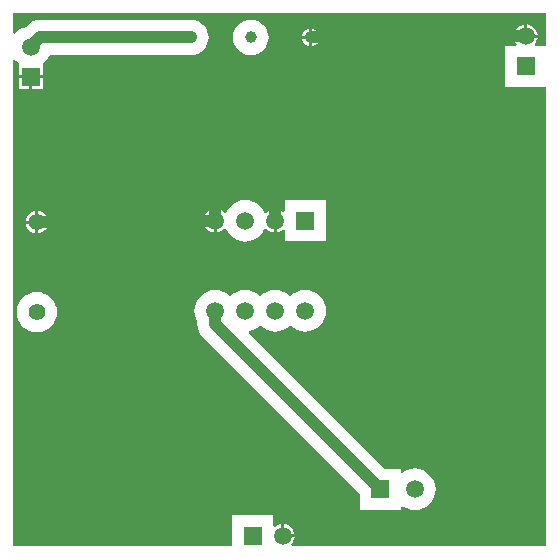
<source format=gbl>
G04 Layer_Physical_Order=2*
G04 Layer_Color=16711680*
%FSAX25Y25*%
%MOIN*%
G70*
G01*
G75*
%ADD11C,0.03937*%
%ADD12R,0.05906X0.05906*%
%ADD13C,0.05906*%
%ADD14C,0.03937*%
%ADD15R,0.05906X0.05906*%
%ADD16C,0.05512*%
G36*
X0387166Y0476390D02*
X0383726D01*
X0383479Y0476890D01*
X0383953Y0477507D01*
X0384351Y0478468D01*
X0384421Y0479000D01*
X0380500D01*
X0376579D01*
X0376649Y0478468D01*
X0377047Y0477507D01*
X0377521Y0476890D01*
X0377274Y0476390D01*
X0373610D01*
Y0462610D01*
X0387166D01*
Y0309685D01*
X0302450D01*
X0302290Y0310158D01*
X0302319Y0310181D01*
X0302953Y0311007D01*
X0303351Y0311968D01*
X0303421Y0312500D01*
X0299500D01*
Y0313000D01*
X0299000D01*
Y0316921D01*
X0298468Y0316851D01*
X0297507Y0316453D01*
X0296890Y0315979D01*
X0296390Y0316226D01*
Y0319890D01*
X0282610D01*
Y0309685D01*
X0209685D01*
Y0471437D01*
X0210185Y0471616D01*
X0210605Y0471105D01*
X0211423Y0470433D01*
X0211547Y0469953D01*
X0211547D01*
X0211547Y0469953D01*
Y0466500D01*
X0215500D01*
X0219453D01*
Y0469953D01*
X0219453Y0469953D01*
X0219453D01*
X0219568Y0470426D01*
X0220395Y0471105D01*
X0221256Y0472154D01*
X0221809Y0473188D01*
X0268823D01*
X0269981Y0473302D01*
X0271094Y0473640D01*
X0272120Y0474188D01*
X0273019Y0474926D01*
X0273757Y0475825D01*
X0274305Y0476851D01*
X0274643Y0477964D01*
X0274757Y0479122D01*
X0274643Y0480280D01*
X0274305Y0481393D01*
X0273757Y0482419D01*
X0273019Y0483318D01*
X0272120Y0484056D01*
X0271094Y0484604D01*
X0269981Y0484942D01*
X0268823Y0485056D01*
X0218622D01*
X0217464Y0484942D01*
X0216351Y0484604D01*
X0215325Y0484056D01*
X0214426Y0483318D01*
X0214426Y0483318D01*
X0213789Y0482681D01*
X0212851Y0482396D01*
X0211654Y0481756D01*
X0210605Y0480895D01*
X0210185Y0480384D01*
X0209685Y0480563D01*
Y0487166D01*
X0387166D01*
Y0476390D01*
D02*
G37*
%LPC*%
G36*
X0381000Y0483421D02*
Y0480000D01*
X0384421D01*
X0384351Y0480532D01*
X0383953Y0481493D01*
X0383319Y0482319D01*
X0382493Y0482953D01*
X0381532Y0483351D01*
X0381000Y0483421D01*
D02*
G37*
G36*
X0380000D02*
X0379468Y0483351D01*
X0378507Y0482953D01*
X0377681Y0482319D01*
X0377047Y0481493D01*
X0376649Y0480532D01*
X0376579Y0480000D01*
X0380000D01*
Y0483421D01*
D02*
G37*
G36*
X0309323Y0482050D02*
Y0479622D01*
X0311751D01*
X0311715Y0479897D01*
X0311416Y0480619D01*
X0310940Y0481239D01*
X0310320Y0481715D01*
X0309598Y0482014D01*
X0309323Y0482050D01*
D02*
G37*
G36*
X0308323D02*
X0308048Y0482014D01*
X0307326Y0481715D01*
X0306706Y0481239D01*
X0306230Y0480619D01*
X0305931Y0479897D01*
X0305894Y0479622D01*
X0308323D01*
Y0482050D01*
D02*
G37*
G36*
X0311751Y0478622D02*
X0309323D01*
Y0476194D01*
X0309598Y0476230D01*
X0310320Y0476529D01*
X0310940Y0477005D01*
X0311416Y0477625D01*
X0311715Y0478347D01*
X0311751Y0478622D01*
D02*
G37*
G36*
X0308323D02*
X0305894D01*
X0305931Y0478347D01*
X0306230Y0477625D01*
X0306706Y0477005D01*
X0307326Y0476529D01*
X0308048Y0476230D01*
X0308323Y0476194D01*
Y0478622D01*
D02*
G37*
G36*
X0288823Y0485056D02*
X0287665Y0484942D01*
X0286552Y0484604D01*
X0285526Y0484056D01*
X0284627Y0483318D01*
X0283889Y0482419D01*
X0283340Y0481393D01*
X0283003Y0480280D01*
X0282889Y0479122D01*
X0283003Y0477964D01*
X0283340Y0476851D01*
X0283889Y0475825D01*
X0284627Y0474926D01*
X0285526Y0474188D01*
X0286552Y0473640D01*
X0287665Y0473302D01*
X0288823Y0473188D01*
X0289981Y0473302D01*
X0291094Y0473640D01*
X0292120Y0474188D01*
X0293019Y0474926D01*
X0293757Y0475825D01*
X0294305Y0476851D01*
X0294643Y0477964D01*
X0294757Y0479122D01*
X0294643Y0480280D01*
X0294305Y0481393D01*
X0293757Y0482419D01*
X0293019Y0483318D01*
X0292120Y0484056D01*
X0291094Y0484604D01*
X0289981Y0484942D01*
X0288823Y0485056D01*
D02*
G37*
G36*
X0219453Y0465500D02*
X0216000D01*
Y0462047D01*
X0219453D01*
Y0465500D01*
D02*
G37*
G36*
X0215000D02*
X0211547D01*
Y0462047D01*
X0215000D01*
Y0465500D01*
D02*
G37*
G36*
X0313890Y0424890D02*
X0300110D01*
Y0421226D01*
X0299610Y0420979D01*
X0298993Y0421453D01*
X0298032Y0421851D01*
X0297500Y0421921D01*
Y0418000D01*
Y0414079D01*
X0298032Y0414149D01*
X0298993Y0414547D01*
X0299610Y0415021D01*
X0300110Y0414774D01*
Y0411110D01*
X0313890D01*
Y0424890D01*
D02*
G37*
G36*
X0287000Y0424923D02*
X0285649Y0424790D01*
X0284351Y0424396D01*
X0283154Y0423756D01*
X0282105Y0422895D01*
X0281244Y0421846D01*
X0280604Y0420649D01*
X0280577Y0420562D01*
X0280085Y0420472D01*
X0279819Y0420819D01*
X0278993Y0421453D01*
X0278032Y0421851D01*
X0277500Y0421921D01*
Y0418000D01*
Y0414079D01*
X0278032Y0414149D01*
X0278993Y0414547D01*
X0279819Y0415181D01*
X0280085Y0415528D01*
X0280577Y0415438D01*
X0280604Y0415351D01*
X0281244Y0414154D01*
X0282105Y0413105D01*
X0283154Y0412244D01*
X0284351Y0411604D01*
X0285649Y0411210D01*
X0287000Y0411077D01*
X0288351Y0411210D01*
X0289649Y0411604D01*
X0290846Y0412244D01*
X0291895Y0413105D01*
X0292756Y0414154D01*
X0293396Y0415351D01*
X0293423Y0415438D01*
X0293915Y0415528D01*
X0294181Y0415181D01*
X0295007Y0414547D01*
X0295968Y0414149D01*
X0296500Y0414079D01*
Y0418000D01*
Y0421921D01*
X0295968Y0421851D01*
X0295007Y0421453D01*
X0294181Y0420819D01*
X0293915Y0420472D01*
X0293423Y0420562D01*
X0293396Y0420649D01*
X0292756Y0421846D01*
X0291895Y0422895D01*
X0290846Y0423756D01*
X0289649Y0424396D01*
X0288351Y0424790D01*
X0287000Y0424923D01*
D02*
G37*
G36*
X0276500Y0421921D02*
X0275968Y0421851D01*
X0275007Y0421453D01*
X0274181Y0420819D01*
X0273547Y0419993D01*
X0273149Y0419032D01*
X0273079Y0418500D01*
X0276500D01*
Y0421921D01*
D02*
G37*
G36*
X0218000Y0421222D02*
Y0418000D01*
X0221222D01*
X0221159Y0418480D01*
X0220781Y0419394D01*
X0220179Y0420179D01*
X0219394Y0420781D01*
X0218480Y0421159D01*
X0218000Y0421222D01*
D02*
G37*
G36*
X0217000D02*
X0216519Y0421159D01*
X0215606Y0420781D01*
X0214821Y0420179D01*
X0214219Y0419394D01*
X0213841Y0418480D01*
X0213777Y0418000D01*
X0217000D01*
Y0421222D01*
D02*
G37*
G36*
X0276500Y0417500D02*
X0273079D01*
X0273149Y0416968D01*
X0273547Y0416007D01*
X0274181Y0415181D01*
X0275007Y0414547D01*
X0275968Y0414149D01*
X0276500Y0414079D01*
Y0417500D01*
D02*
G37*
G36*
X0221222Y0417000D02*
X0218000D01*
Y0413777D01*
X0218480Y0413841D01*
X0219394Y0414219D01*
X0220179Y0414821D01*
X0220781Y0415606D01*
X0221159Y0416519D01*
X0221222Y0417000D01*
D02*
G37*
G36*
X0217000D02*
X0213777D01*
X0213841Y0416519D01*
X0214219Y0415606D01*
X0214821Y0414821D01*
X0215606Y0414219D01*
X0216519Y0413841D01*
X0217000Y0413777D01*
Y0417000D01*
D02*
G37*
G36*
X0307000Y0394923D02*
X0305649Y0394790D01*
X0304351Y0394396D01*
X0303154Y0393756D01*
X0302366Y0393110D01*
X0302000Y0392943D01*
X0301634Y0393110D01*
X0300846Y0393756D01*
X0299649Y0394396D01*
X0298351Y0394790D01*
X0297000Y0394923D01*
X0295649Y0394790D01*
X0294351Y0394396D01*
X0293154Y0393756D01*
X0292366Y0393110D01*
X0292000Y0392943D01*
X0291634Y0393110D01*
X0290846Y0393756D01*
X0289649Y0394396D01*
X0288351Y0394790D01*
X0287000Y0394923D01*
X0285649Y0394790D01*
X0284351Y0394396D01*
X0283154Y0393756D01*
X0282366Y0393110D01*
X0282000Y0392943D01*
X0281634Y0393110D01*
X0280846Y0393756D01*
X0279649Y0394396D01*
X0278351Y0394790D01*
X0277000Y0394923D01*
X0275649Y0394790D01*
X0274351Y0394396D01*
X0273154Y0393756D01*
X0272105Y0392895D01*
X0271244Y0391846D01*
X0270604Y0390649D01*
X0270210Y0389351D01*
X0270077Y0388000D01*
X0270210Y0386649D01*
X0270604Y0385351D01*
X0271066Y0384486D01*
Y0383500D01*
X0271180Y0382342D01*
X0271518Y0381229D01*
X0272066Y0380203D01*
X0272804Y0379304D01*
X0325110Y0326998D01*
Y0321610D01*
X0338890D01*
Y0322786D01*
X0339342Y0323000D01*
X0339654Y0322744D01*
X0340851Y0322104D01*
X0342149Y0321710D01*
X0343500Y0321577D01*
X0344851Y0321710D01*
X0346149Y0322104D01*
X0347346Y0322744D01*
X0348395Y0323605D01*
X0349256Y0324654D01*
X0349896Y0325851D01*
X0350290Y0327149D01*
X0350423Y0328500D01*
X0350290Y0329851D01*
X0349896Y0331149D01*
X0349256Y0332346D01*
X0348395Y0333395D01*
X0347346Y0334256D01*
X0346149Y0334896D01*
X0344851Y0335290D01*
X0343500Y0335423D01*
X0342149Y0335290D01*
X0340851Y0334896D01*
X0339654Y0334256D01*
X0339342Y0334000D01*
X0338890Y0334214D01*
Y0335390D01*
X0333502D01*
X0288156Y0380736D01*
X0288240Y0380971D01*
X0288380Y0381219D01*
X0289649Y0381604D01*
X0290846Y0382244D01*
X0291634Y0382890D01*
X0292000Y0383057D01*
X0292366Y0382890D01*
X0293154Y0382244D01*
X0294351Y0381604D01*
X0295649Y0381210D01*
X0297000Y0381077D01*
X0298351Y0381210D01*
X0299649Y0381604D01*
X0300846Y0382244D01*
X0301634Y0382890D01*
X0302000Y0383057D01*
X0302366Y0382890D01*
X0303154Y0382244D01*
X0304351Y0381604D01*
X0305649Y0381210D01*
X0307000Y0381077D01*
X0308351Y0381210D01*
X0309649Y0381604D01*
X0310846Y0382244D01*
X0311895Y0383105D01*
X0312756Y0384154D01*
X0313396Y0385351D01*
X0313790Y0386649D01*
X0313923Y0388000D01*
X0313790Y0389351D01*
X0313396Y0390649D01*
X0312756Y0391846D01*
X0311895Y0392895D01*
X0310846Y0393756D01*
X0309649Y0394396D01*
X0308351Y0394790D01*
X0307000Y0394923D01*
D02*
G37*
G36*
X0217500Y0394225D02*
X0216188Y0394096D01*
X0214926Y0393713D01*
X0213764Y0393092D01*
X0212744Y0392255D01*
X0211908Y0391236D01*
X0211287Y0390074D01*
X0210904Y0388812D01*
X0210775Y0387500D01*
X0210904Y0386188D01*
X0211287Y0384926D01*
X0211908Y0383764D01*
X0212744Y0382745D01*
X0213764Y0381908D01*
X0214926Y0381287D01*
X0216188Y0380904D01*
X0217500Y0380775D01*
X0218812Y0380904D01*
X0220074Y0381287D01*
X0221236Y0381908D01*
X0222255Y0382745D01*
X0223092Y0383764D01*
X0223713Y0384926D01*
X0224096Y0386188D01*
X0224225Y0387500D01*
X0224096Y0388812D01*
X0223713Y0390074D01*
X0223092Y0391236D01*
X0222255Y0392255D01*
X0221236Y0393092D01*
X0220074Y0393713D01*
X0218812Y0394096D01*
X0217500Y0394225D01*
D02*
G37*
G36*
X0300000Y0316921D02*
Y0313500D01*
X0303421D01*
X0303351Y0314032D01*
X0302953Y0314993D01*
X0302319Y0315819D01*
X0301493Y0316453D01*
X0300532Y0316851D01*
X0300000Y0316921D01*
D02*
G37*
%LPD*%
D11*
X0345078Y0479500D02*
X0380500D01*
X0344700Y0479122D02*
X0345078Y0479500D01*
X0308823Y0479122D02*
X0344700D01*
X0247800Y0418000D02*
X0277000D01*
X0217500Y0417500D02*
X0247800Y0418000D01*
X0218622Y0479122D02*
X0268823D01*
X0215500Y0476000D02*
X0218622Y0479122D01*
X0277000Y0383500D02*
Y0388000D01*
Y0383500D02*
X0332000Y0328500D01*
X0277000Y0418000D02*
Y0423900D01*
X0280000Y0426900D01*
X0292600D01*
X0297000Y0422500D01*
Y0418000D02*
Y0422500D01*
D12*
X0215500Y0466000D02*
D03*
X0380500Y0469500D02*
D03*
X0307000Y0418000D02*
D03*
D13*
X0215500Y0476000D02*
D03*
X0380500Y0479500D02*
D03*
X0343500Y0328500D02*
D03*
X0277000Y0388000D02*
D03*
X0287000D02*
D03*
X0297000D02*
D03*
X0307000D02*
D03*
X0277000Y0418000D02*
D03*
X0287000D02*
D03*
X0297000D02*
D03*
X0299500Y0313000D02*
D03*
D14*
X0268823Y0479122D02*
D03*
X0288823D02*
D03*
X0308823D02*
D03*
D15*
X0332000Y0328500D02*
D03*
X0289500Y0313000D02*
D03*
D16*
X0217500Y0387500D02*
D03*
Y0417500D02*
D03*
M02*

</source>
